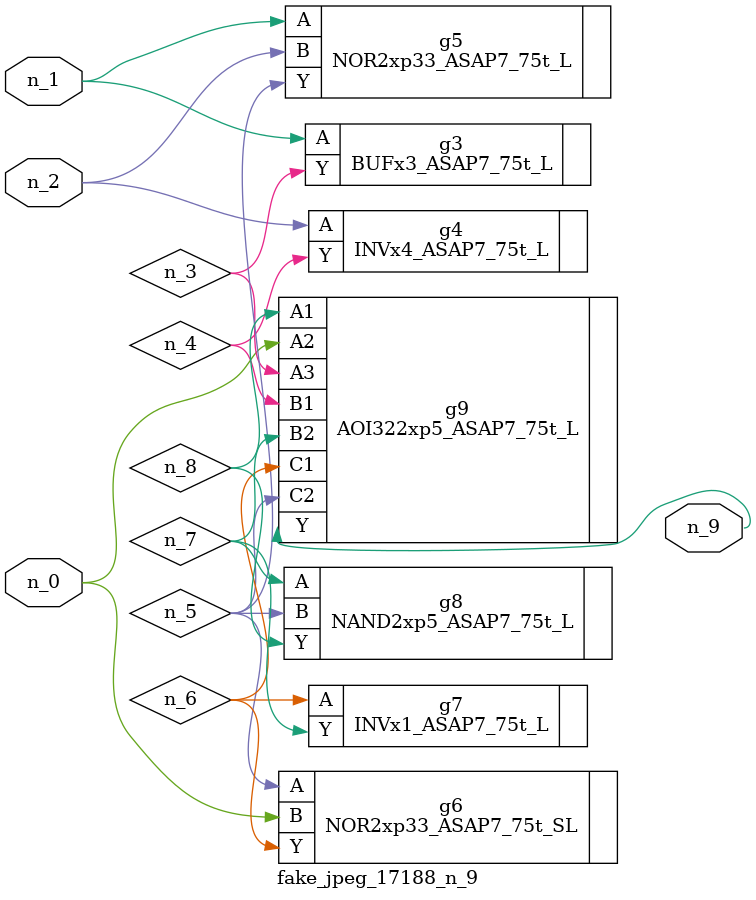
<source format=v>
module fake_jpeg_17188_n_9 (n_0, n_2, n_1, n_9);

input n_0;
input n_2;
input n_1;

output n_9;

wire n_3;
wire n_4;
wire n_8;
wire n_6;
wire n_5;
wire n_7;

BUFx3_ASAP7_75t_L g3 ( 
.A(n_1),
.Y(n_3)
);

INVx4_ASAP7_75t_L g4 ( 
.A(n_2),
.Y(n_4)
);

NOR2xp33_ASAP7_75t_L g5 ( 
.A(n_1),
.B(n_2),
.Y(n_5)
);

NOR2xp33_ASAP7_75t_SL g6 ( 
.A(n_5),
.B(n_0),
.Y(n_6)
);

INVx1_ASAP7_75t_L g7 ( 
.A(n_6),
.Y(n_7)
);

NAND2xp5_ASAP7_75t_L g8 ( 
.A(n_7),
.B(n_5),
.Y(n_8)
);

AOI322xp5_ASAP7_75t_L g9 ( 
.A1(n_8),
.A2(n_0),
.A3(n_3),
.B1(n_4),
.B2(n_7),
.C1(n_6),
.C2(n_5),
.Y(n_9)
);


endmodule
</source>
